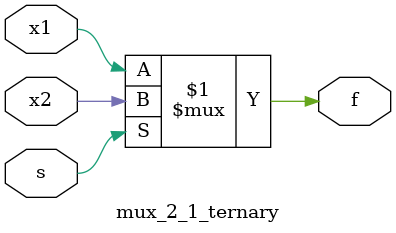
<source format=v>
module mux_2_1_ternary
(
input x1 ,
input x2 ,
input s,
output f
);
assign f = s ? x2 : x1;
endmodule

</source>
